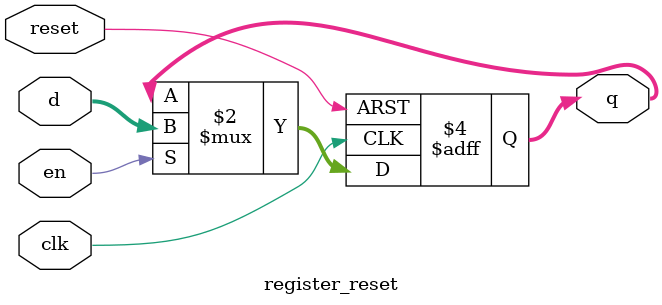
<source format=v>
module register_reset
(
    input wire clk,
    input wire reset,
    input wire en,
    input wire [7:0] d,
    output reg [7:0] q
);

always @(posedge clk, posedge reset) 
begin
    if(reset)
        q <= 8'b0000_0000;
    else if(en)
        q <= d;
end

endmodule
</source>
